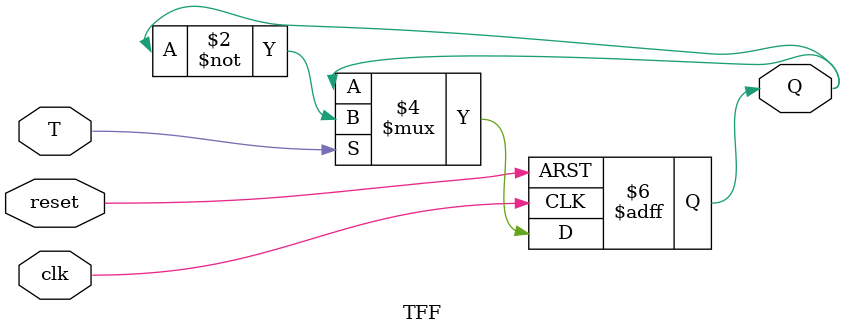
<source format=v>
`timescale 1ns / 1ps

module TFF(T,Q,reset,clk);
input T,reset,clk;
output reg Q;

always @ (posedge clk or posedge reset)
begin
    if (reset)
        Q <= 0;
    else if (T)
        Q <= ~Q;
    else
        Q <= Q;
    end
endmodule

</source>
